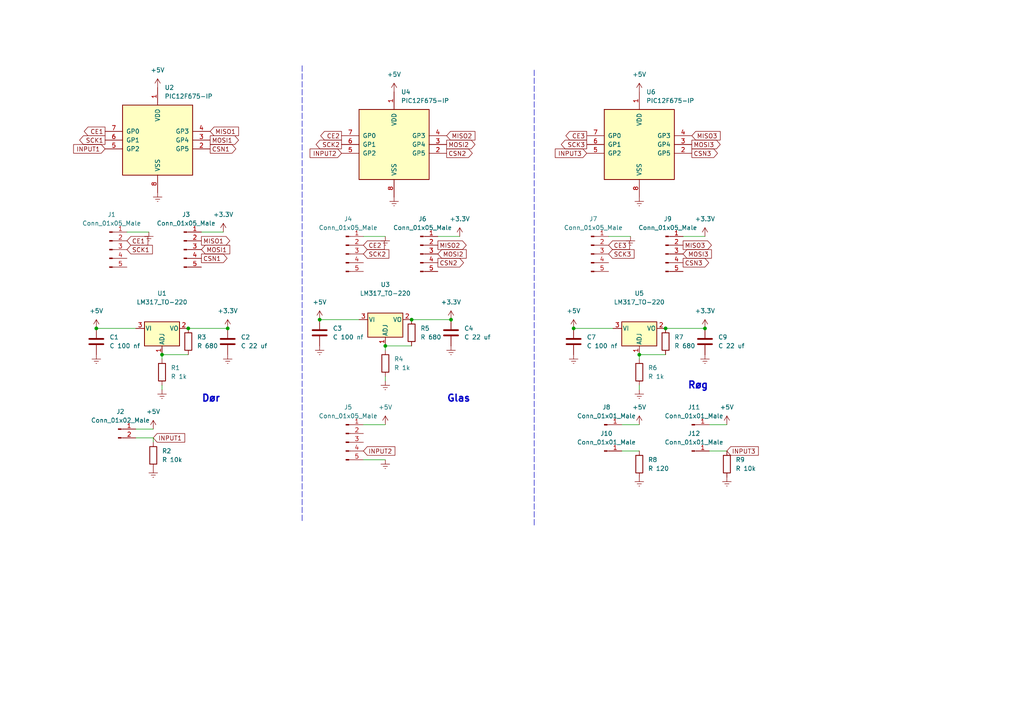
<source format=kicad_sch>
(kicad_sch (version 20211123) (generator eeschema)
  (paper "A4")
  (lib_symbols
    (symbol "Connector:Conn_01x01_Male" (pin_names (offset 1.016) hide)
      (property "Reference" "J" (at 0 2.54 0))
      (property "Value" "Conn_01x01_Male" (at 0 -2.54 0))
      (symbol "Conn_01x01_Male_1_1"
        (polyline (pts (xy 1.27 0) (xy 0.8636 0)) (stroke (width 0.1524)))
        (rectangle (start 0.8636 0.127) (end 0 -0.127) (stroke (width 0.1524)) (fill (type outline)))
        (pin passive line (at 5.08 0 180) (length 3.81) (name "Pin_1") (number "1"))
      )
    )
    (symbol "Connector:Conn_01x02_Male" (pin_names (offset 1.016) hide)
      (property "Reference" "J" (at 0 2.54 0))
      (property "Value" "Conn_01x02_Male" (at 0 -5.08 0))
      (symbol "Conn_01x02_Male_1_1"
        (polyline (pts (xy 1.27 -2.54) (xy 0.8636 -2.54)) (stroke (width 0.1524)))
        (polyline (pts (xy 1.27 0) (xy 0.8636 0)) (stroke (width 0.1524)))
        (rectangle (start 0.8636 -2.413) (end 0 -2.667) (stroke (width 0.1524)) (fill (type outline)))
        (rectangle (start 0.8636 0.127) (end 0 -0.127) (stroke (width 0.1524)) (fill (type outline)))
        (pin passive line (at 5.08 0 180) (length 3.81) (name "Pin_1") (number "1"))
        (pin passive line (at 5.08 -2.54 180) (length 3.81) (name "Pin_2") (number "2"))
      )
    )
    (symbol "Connector:Conn_01x05_Male" (pin_names (offset 1.016) hide)
      (property "Reference" "J" (at 0 7.62 0))
      (property "Value" "Conn_01x05_Male" (at 0 -7.62 0))
      (symbol "Conn_01x05_Male_1_1"
        (polyline (pts (xy 1.27 -5.08) (xy 0.8636 -5.08)) (stroke (width 0.1524)))
        (polyline (pts (xy 1.27 -2.54) (xy 0.8636 -2.54)) (stroke (width 0.1524)))
        (polyline (pts (xy 1.27 0) (xy 0.8636 0)) (stroke (width 0.1524)))
        (polyline (pts (xy 1.27 2.54) (xy 0.8636 2.54)) (stroke (width 0.1524)))
        (polyline (pts (xy 1.27 5.08) (xy 0.8636 5.08)) (stroke (width 0.1524)))
        (rectangle (start 0.8636 -4.953) (end 0 -5.207) (stroke (width 0.1524)) (fill (type outline)))
        (rectangle (start 0.8636 -2.413) (end 0 -2.667) (stroke (width 0.1524)) (fill (type outline)))
        (rectangle (start 0.8636 0.127) (end 0 -0.127) (stroke (width 0.1524)) (fill (type outline)))
        (rectangle (start 0.8636 2.667) (end 0 2.413) (stroke (width 0.1524)) (fill (type outline)))
        (rectangle (start 0.8636 5.207) (end 0 4.953) (stroke (width 0.1524)) (fill (type outline)))
        (pin passive line (at 5.08 5.08 180) (length 3.81) (name "Pin_1") (number "1"))
        (pin passive line (at 5.08 2.54 180) (length 3.81) (name "Pin_2") (number "2"))
        (pin passive line (at 5.08 0 180) (length 3.81) (name "Pin_3") (number "3"))
        (pin passive line (at 5.08 -2.54 180) (length 3.81) (name "Pin_4") (number "4"))
        (pin passive line (at 5.08 -5.08 180) (length 3.81) (name "Pin_5") (number "5"))
      )
    )
    (symbol "Device:C" (pin_numbers hide) (pin_names (offset 0.254))
      (property "Reference" "C" (at 0.635 2.54 0))
      (property "Value" "C" (at 0.635 -2.54 0))
      (symbol "C_0_1"
        (polyline (pts (xy -2.032 -0.762) (xy 2.032 -0.762)) (stroke (width 0.508)))
        (polyline (pts (xy -2.032 0.762) (xy 2.032 0.762)) (stroke (width 0.508)))
      )
      (symbol "C_1_1"
        (pin passive line (at 0 3.81 270) (length 2.794) (name "~") (number "1"))
        (pin passive line (at 0 -3.81 90) (length 2.794) (name "~") (number "2"))
      )
    )
    (symbol "Device:R" (pin_numbers hide) (pin_names (offset 0))
      (property "Reference" "R" (at 2.032 0 90))
      (property "Value" "R" (at 0 0 90))
      (symbol "R_0_1"
        (rectangle (start -1.016 -2.54) (end 1.016 2.54) (stroke (width 0.254)))
      )
      (symbol "R_1_1"
        (pin passive line (at 0 3.81 270) (length 1.27) (name "~") (number "1"))
        (pin passive line (at 0 -3.81 90) (length 1.27) (name "~") (number "2"))
      )
    )
    (symbol "MCU_Microchip_PIC12:PIC12F675-IP" (pin_names (offset 1.016))
      (property "Reference" "U" (at 1.27 13.97 0))
      (property "Value" "PIC12F675-IP" (at 1.27 11.43 0))
      (symbol "PIC12F675-IP_0_1"
        (rectangle (start 10.16 -10.16) (end -10.16 10.16) (stroke (width 0.254)) (fill (type background)))
      )
      (symbol "PIC12F675-IP_1_1"
        (pin power_in line (at 0 15.24 270) (length 5.08) (name "VDD") (number "1"))
        (pin bidirectional line (at 15.24 -2.54 180) (length 5.08) (name "GP5") (number "2"))
        (pin bidirectional line (at 15.24 0 180) (length 5.08) (name "GP4") (number "3"))
        (pin input line (at 15.24 2.54 180) (length 5.08) (name "GP3") (number "4"))
        (pin bidirectional line (at -15.24 -2.54 0) (length 5.08) (name "GP2") (number "5"))
        (pin bidirectional line (at -15.24 0 0) (length 5.08) (name "GP1") (number "6"))
        (pin bidirectional line (at -15.24 2.54 0) (length 5.08) (name "GP0") (number "7"))
        (pin power_in line (at 0 -15.24 90) (length 5.08) (name "VSS") (number "8"))
      )
    )
    (symbol "Regulator_Linear:LM317_TO-220" (pin_names (offset 0.254))
      (property "Reference" "U" (at -3.81 3.175 0))
      (property "Value" "LM317_TO-220" (at 0 3.175 0))
      (symbol "LM317_TO-220_0_1"
        (rectangle (start -5.08 1.905) (end 5.08 -5.08) (stroke (width 0.254)) (fill (type background)))
      )
      (symbol "LM317_TO-220_1_1"
        (pin input line (at 0 -7.62 90) (length 2.54) (name "ADJ") (number "1"))
        (pin power_out line (at 7.62 0 180) (length 2.54) (name "VO") (number "2"))
        (pin power_in line (at -7.62 0 0) (length 2.54) (name "VI") (number "3"))
      )
    )
    (symbol "power:+3.3V" (power) (pin_names (offset 0))
      (property "Value" "+3.3V" (at 0 3.556 0))
      (symbol "+3.3V_0_1"
        (polyline (pts (xy -0.762 1.27) (xy 0 2.54)))
        (polyline (pts (xy 0 0) (xy 0 2.54)))
        (polyline (pts (xy 0 2.54) (xy 0.762 1.27)))
      )
      (symbol "+3.3V_1_1"
        (pin power_in line (at 0 0 90) (length 0) hide (name "+3.3V") (number "1"))
      )
    )
    (symbol "power:+5V" (power) (pin_names (offset 0))
      (property "Value" "+5V" (at 0 3.556 0))
      (symbol "+5V_0_1"
        (polyline (pts (xy -0.762 1.27) (xy 0 2.54)))
        (polyline (pts (xy 0 0) (xy 0 2.54)))
        (polyline (pts (xy 0 2.54) (xy 0.762 1.27)))
      )
      (symbol "+5V_1_1"
        (pin power_in line (at 0 0 90) (length 0) hide (name "+5V") (number "1"))
      )
    )
    (symbol "power:Earth" (power) (pin_names (offset 0))
      (symbol "Earth_0_1"
        (polyline (pts (xy -0.635 -1.905) (xy 0.635 -1.905)))
        (polyline (pts (xy -0.127 -2.54) (xy 0.127 -2.54)))
        (polyline (pts (xy 0 -1.27) (xy 0 0)))
        (polyline (pts (xy 1.27 -1.27) (xy -1.27 -1.27)))
      )
      (symbol "Earth_1_1"
        (pin power_in line (at 0 0 270) (length 0) hide (name "Earth") (number "1"))
      )
    )
  )
  (junction (at 119.38 92.71))
  (junction (at 111.76 100.33))
  (junction (at 204.47 95.25))
  (junction (at 66.04 95.25))
  (junction (at 27.94 95.25))
  (junction (at 92.71 92.71))
  (junction (at 54.61 95.25))
  (junction (at 193.04 95.25))
  (junction (at 46.99 102.87))
  (junction (at 185.42 102.87))
  (junction (at 166.37 95.25))
  (junction (at 130.81 92.71))
  (wire (pts (xy 119.38 92.71) (xy 130.81 92.71)))
  (wire (pts (xy 44.45 127) (xy 44.45 128.27)))
  (wire (pts (xy 182.88 68.58) (xy 176.53 68.58)))
  (wire (pts (xy 193.04 95.25) (xy 204.47 95.25)))
  (wire (pts (xy 166.37 95.25) (xy 177.8 95.25)))
  (wire (pts (xy 185.42 111.76) (xy 185.42 113.03)))
  (wire (pts (xy 105.41 123.19) (xy 111.76 123.19)))
  (wire (pts (xy 54.61 95.25) (xy 66.04 95.25)))
  (wire (pts (xy 39.37 127) (xy 44.45 127)))
  (wire (pts (xy 105.41 133.35) (xy 111.76 133.35)))
  (polyline (pts (xy 154.94 20.32) (xy 154.94 152.4)))
  (wire (pts (xy 46.99 111.76) (xy 46.99 113.03)))
  (polyline (pts (xy 87.63 19.05) (xy 87.63 151.13)))
  (wire (pts (xy 111.76 101.6) (xy 111.76 100.33)))
  (wire (pts (xy 111.76 109.22) (xy 111.76 110.49)))
  (wire (pts (xy 133.35 68.58) (xy 127 68.58)))
  (wire (pts (xy 180.34 130.81) (xy 185.42 130.81)))
  (wire (pts (xy 92.71 92.71) (xy 104.14 92.71)))
  (wire (pts (xy 64.77 67.31) (xy 58.42 67.31)))
  (wire (pts (xy 205.74 130.81) (xy 210.82 130.81)))
  (wire (pts (xy 27.94 95.25) (xy 39.37 95.25)))
  (wire (pts (xy 185.42 102.87) (xy 193.04 102.87)))
  (wire (pts (xy 43.18 67.31) (xy 36.83 67.31)))
  (wire (pts (xy 46.99 104.14) (xy 46.99 102.87)))
  (wire (pts (xy 46.99 102.87) (xy 54.61 102.87)))
  (wire (pts (xy 111.76 68.58) (xy 105.41 68.58)))
  (wire (pts (xy 180.34 123.19) (xy 185.42 123.19)))
  (wire (pts (xy 205.74 123.19) (xy 210.82 123.19)))
  (wire (pts (xy 44.45 124.46) (xy 39.37 124.46)))
  (wire (pts (xy 204.47 68.58) (xy 198.12 68.58)))
  (wire (pts (xy 185.42 104.14) (xy 185.42 102.87)))
  (wire (pts (xy 111.76 100.33) (xy 119.38 100.33)))
  (text "Dør" (at 58.42 116.84 0) (effects (font (size 2 2) bold) (justify left bottom)))
  (text "Glas" (at 129.54 116.84 0) (effects (font (size 2 2) bold) (justify left bottom)))
  (text "Røg" (at 199.39 113.03 0) (effects (font (size 2 2) (thickness 0.4) bold) (justify left bottom)))
  (global_label "SCK1" (shape output) (at 30.48 40.64 180) (property "Intersheet References" "${INTERSHEET_REFS}" (effects hide)))
  (global_label "CE1" (shape input) (at 36.83 69.85 0) (property "Intersheet References" "${INTERSHEET_REFS}" (effects hide)))
  (global_label "SCK3" (shape output) (at 170.18 41.91 180) (property "Intersheet References" "${INTERSHEET_REFS}" (effects hide)))
  (global_label "CSN2" (shape output) (at 127 76.2 0) (property "Intersheet References" "${INTERSHEET_REFS}" (effects hide)))
  (global_label "INPUT1" (shape input) (at 44.45 127 0) (property "Intersheet References" "${INTERSHEET_REFS}" (effects hide)))
  (global_label "INPUT1" (shape input) (at 30.48 43.18 180) (property "Intersheet References" "${INTERSHEET_REFS}" (effects hide)))
  (global_label "MISO3" (shape output) (at 198.12 71.12 0) (property "Intersheet References" "${INTERSHEET_REFS}" (effects hide)))
  (global_label "INPUT2" (shape input) (at 99.06 44.45 180) (property "Intersheet References" "${INTERSHEET_REFS}" (effects hide)))
  (global_label "MISO3" (shape input) (at 200.66 39.37 0) (property "Intersheet References" "${INTERSHEET_REFS}" (effects hide)))
  (global_label "CE2" (shape input) (at 105.41 71.12 0) (property "Intersheet References" "${INTERSHEET_REFS}" (effects hide)))
  (global_label "MISO2" (shape output) (at 127 71.12 0) (property "Intersheet References" "${INTERSHEET_REFS}" (effects hide)))
  (global_label "MOSI3" (shape input) (at 198.12 73.66 0) (property "Intersheet References" "${INTERSHEET_REFS}" (effects hide)))
  (global_label "INPUT3" (shape input) (at 170.18 44.45 180) (property "Intersheet References" "${INTERSHEET_REFS}" (effects hide)))
  (global_label "MOSI2" (shape input) (at 127 73.66 0) (property "Intersheet References" "${INTERSHEET_REFS}" (effects hide)))
  (global_label "MISO1" (shape input) (at 60.96 38.1 0) (property "Intersheet References" "${INTERSHEET_REFS}" (effects hide)))
  (global_label "CE2" (shape output) (at 99.06 39.37 180) (property "Intersheet References" "${INTERSHEET_REFS}" (effects hide)))
  (global_label "INPUT2" (shape input) (at 105.41 130.81 0) (property "Intersheet References" "${INTERSHEET_REFS}" (effects hide)))
  (global_label "INPUT3" (shape input) (at 210.82 130.81 0) (property "Intersheet References" "${INTERSHEET_REFS}" (effects hide)))
  (global_label "SCK1" (shape input) (at 36.83 72.39 0) (property "Intersheet References" "${INTERSHEET_REFS}" (effects hide)))
  (global_label "CSN1" (shape output) (at 58.42 74.93 0) (property "Intersheet References" "${INTERSHEET_REFS}" (effects hide)))
  (global_label "MOSI1" (shape input) (at 58.42 72.39 0) (property "Intersheet References" "${INTERSHEET_REFS}" (effects hide)))
  (global_label "SCK2" (shape output) (at 99.06 41.91 180) (property "Intersheet References" "${INTERSHEET_REFS}" (effects hide)))
  (global_label "MOSI1" (shape output) (at 60.96 40.64 0) (property "Intersheet References" "${INTERSHEET_REFS}" (effects hide)))
  (global_label "MOSI2" (shape output) (at 129.54 41.91 0) (property "Intersheet References" "${INTERSHEET_REFS}" (effects hide)))
  (global_label "CSN3" (shape output) (at 200.66 44.45 0) (property "Intersheet References" "${INTERSHEET_REFS}" (effects hide)))
  (global_label "SCK3" (shape input) (at 176.53 73.66 0) (property "Intersheet References" "${INTERSHEET_REFS}" (effects hide)))
  (global_label "MISO2" (shape input) (at 129.54 39.37 0) (property "Intersheet References" "${INTERSHEET_REFS}" (effects hide)))
  (global_label "CSN2" (shape output) (at 129.54 44.45 0) (property "Intersheet References" "${INTERSHEET_REFS}" (effects hide)))
  (global_label "CSN1" (shape output) (at 60.96 43.18 0) (property "Intersheet References" "${INTERSHEET_REFS}" (effects hide)))
  (global_label "CSN3" (shape output) (at 198.12 76.2 0) (property "Intersheet References" "${INTERSHEET_REFS}" (effects hide)))
  (global_label "CE3" (shape input) (at 176.53 71.12 0) (property "Intersheet References" "${INTERSHEET_REFS}" (effects hide)))
  (global_label "MOSI3" (shape output) (at 200.66 41.91 0) (property "Intersheet References" "${INTERSHEET_REFS}" (effects hide)))
  (global_label "CE3" (shape output) (at 170.18 39.37 180) (property "Intersheet References" "${INTERSHEET_REFS}" (effects hide)))
  (global_label "SCK2" (shape input) (at 105.41 73.66 0) (property "Intersheet References" "${INTERSHEET_REFS}" (effects hide)))
  (global_label "CE1" (shape output) (at 30.48 38.1 180) (property "Intersheet References" "${INTERSHEET_REFS}" (effects hide)))
  (global_label "MISO1" (shape output) (at 58.42 69.85 0) (property "Intersheet References" "${INTERSHEET_REFS}" (effects hide)))
  (symbol (lib_id "Connector:Conn_01x01_Male") (at 200.66 123.19 0) (unit 1)
    (property "Reference" "J11" (at 201.295 118.11 0))
    (property "Value" "Conn_01x01_Male" (at 201.295 120.65 0))
    (property "Footprint" "Connector_PinHeader_1.00mm:PinHeader_1x01_P1.00mm_Vertical" (effects hide))
  )
  (symbol (lib_id "Connector:Conn_01x05_Male") (at 100.33 128.27 0) (unit 1)
    (property "Reference" "J5" (at 100.965 118.11 0))
    (property "Value" "Conn_01x05_Male" (at 100.965 120.65 0))
    (property "Footprint" "footprints otg:1x05" (effects hide))
  )
  (symbol (lib_id "MCU_Microchip_PIC12:PIC12F675-IP") (at 185.42 41.91 0) (unit 1)
    (property "Reference" "U6" (at 187.4394 26.67 0) (effects (justify left)))
    (property "Value" "PIC12F675-IP" (at 187.4394 29.21 0) (effects (justify left)))
    (property "Footprint" "footprints otg:DIP-8" (effects hide))
    (property "Datasheet" "http://ww1.microchip.com/downloads/en/DeviceDoc/41190G.pdf" (effects hide))
  )
  (symbol (lib_id "power:+5V") (at 92.71 92.71 0) (unit 1)
    (property "Reference" "#PWR0124" (effects hide))
    (property "Value" "+5V" (at 92.71 87.63 0))
  )
  (symbol (lib_id "Device:C") (at 166.37 99.06 0) (unit 1)
    (property "Reference" "C7" (at 170.18 97.7899 0) (effects (justify left)))
    (property "Value" "C 100 nf" (at 170.18 100.3299 0) (effects (justify left)))
    (property "Footprint" "footprints otg:C_7.50mm" (effects hide))
  )
  (symbol (lib_id "MCU_Microchip_PIC12:PIC12F675-IP") (at 45.72 40.64 0) (unit 1)
    (property "Reference" "U2" (at 47.7394 25.4 0) (effects (justify left)))
    (property "Value" "PIC12F675-IP" (at 47.7394 27.94 0) (effects (justify left)))
    (property "Footprint" "footprints otg:DIP-8" (effects hide))
    (property "Datasheet" "http://ww1.microchip.com/downloads/en/DeviceDoc/41190G.pdf" (effects hide))
  )
  (symbol (lib_id "Device:R") (at 54.61 99.06 0) (unit 1)
    (property "Reference" "R3" (at 57.15 97.7899 0) (effects (justify left)))
    (property "Value" "R 680" (at 57.15 100.3299 0) (effects (justify left)))
    (property "Footprint" "footprints otg:R_lodret" (effects hide))
  )
  (symbol (lib_id "power:+3.3V") (at 130.81 92.71 0) (unit 1)
    (property "Reference" "#PWR0114" (effects hide))
    (property "Value" "+3.3V" (at 130.81 87.63 0))
  )
  (symbol (lib_id "Regulator_Linear:LM317_TO-220") (at 46.99 95.25 0) (unit 1)
    (property "Reference" "U1" (at 46.99 85.09 0))
    (property "Value" "LM317_TO-220" (at 46.99 87.63 0))
    (property "Footprint" "footprints otg:TO-220-lodret" (effects hide))
    (property "Datasheet" "http://www.ti.com/lit/ds/symlink/lm317.pdf" (effects hide))
  )
  (symbol (lib_id "Device:C") (at 204.47 99.06 0) (unit 1)
    (property "Reference" "C9" (at 208.28 97.7899 0) (effects (justify left)))
    (property "Value" "C 22 uf" (at 208.28 100.3299 0) (effects (justify left)))
    (property "Footprint" "footprints otg:C_7.50mm" (effects hide))
  )
  (symbol (lib_id "power:Earth") (at 92.71 100.33 0) (unit 1)
    (property "Reference" "#PWR0117" (effects hide))
    (property "Value" "Earth" (effects hide))
  )
  (symbol (lib_id "Device:R") (at 185.42 107.95 0) (unit 1)
    (property "Reference" "R6" (at 187.96 106.6799 0) (effects (justify left)))
    (property "Value" "R 1k" (at 187.96 109.2199 0) (effects (justify left)))
    (property "Footprint" "footprints otg:R_lodret" (effects hide))
  )
  (symbol (lib_id "Device:R") (at 185.42 134.62 0) (unit 1)
    (property "Reference" "R8" (at 187.96 133.3499 0) (effects (justify left)))
    (property "Value" "R 120" (at 187.96 135.8899 0) (effects (justify left)))
    (property "Footprint" "footprints otg:R_lodret" (effects hide))
  )
  (symbol (lib_id "MCU_Microchip_PIC12:PIC12F675-IP") (at 114.3 41.91 0) (unit 1)
    (property "Reference" "U4" (at 116.3194 26.67 0) (effects (justify left)))
    (property "Value" "PIC12F675-IP" (at 116.3194 29.21 0) (effects (justify left)))
    (property "Footprint" "footprints otg:DIP-8" (effects hide))
    (property "Datasheet" "http://ww1.microchip.com/downloads/en/DeviceDoc/41190G.pdf" (effects hide))
  )
  (symbol (lib_id "power:Earth") (at 44.45 135.89 0) (unit 1)
    (property "Reference" "#PWR0119" (effects hide))
    (property "Value" "Earth" (effects hide))
  )
  (symbol (lib_id "power:+3.3V") (at 133.35 68.58 0) (unit 1)
    (property "Reference" "#PWR0120" (effects hide))
    (property "Value" "+3.3V" (at 133.35 63.5 0))
  )
  (symbol (lib_id "Device:C") (at 130.81 96.52 0) (unit 1)
    (property "Reference" "C4" (at 134.62 95.2499 0) (effects (justify left)))
    (property "Value" "C 22 uf" (at 134.62 97.7899 0) (effects (justify left)))
    (property "Footprint" "footprints otg:C_7.50mm" (effects hide))
  )
  (symbol (lib_id "Connector:Conn_01x05_Male") (at 53.34 72.39 0) (unit 1)
    (property "Reference" "J3" (at 53.975 62.23 0))
    (property "Value" "Conn_01x05_Male" (at 53.975 64.77 0))
    (property "Footprint" "footprints otg:1x05" (effects hide))
  )
  (symbol (lib_id "Device:C") (at 92.71 96.52 0) (unit 1)
    (property "Reference" "C3" (at 96.52 95.2499 0) (effects (justify left)))
    (property "Value" "C 100 nf" (at 96.52 97.7899 0) (effects (justify left)))
    (property "Footprint" "footprints otg:C_7.50mm" (effects hide))
  )
  (symbol (lib_id "power:Earth") (at 27.94 102.87 0) (unit 1)
    (property "Reference" "#PWR0125" (effects hide))
    (property "Value" "Earth" (effects hide))
  )
  (symbol (lib_id "power:Earth") (at 210.82 138.43 0) (unit 1)
    (property "Reference" "#PWR0112" (effects hide))
    (property "Value" "Earth" (effects hide))
  )
  (symbol (lib_id "power:+5V") (at 210.82 123.19 0) (unit 1)
    (property "Reference" "#PWR0111" (effects hide))
    (property "Value" "+5V" (at 210.82 118.11 0))
  )
  (symbol (lib_id "Connector:Conn_01x01_Male") (at 200.66 130.81 0) (unit 1)
    (property "Reference" "J12" (at 201.295 125.73 0))
    (property "Value" "Conn_01x01_Male" (at 201.295 128.27 0))
    (property "Footprint" "Connector_PinHeader_1.00mm:PinHeader_1x01_P1.00mm_Vertical" (effects hide))
  )
  (symbol (lib_id "power:+5V") (at 114.3 26.67 0) (unit 1)
    (property "Reference" "#PWR0122" (effects hide))
    (property "Value" "+5V" (at 114.3 21.59 0))
  )
  (symbol (lib_id "power:Earth") (at 114.3 57.15 0) (unit 1)
    (property "Reference" "#PWR0121" (effects hide))
    (property "Value" "Earth" (effects hide))
  )
  (symbol (lib_id "power:+3.3V") (at 204.47 68.58 0) (unit 1)
    (property "Reference" "#PWR0105" (effects hide))
    (property "Value" "+3.3V" (at 204.47 63.5 0))
  )
  (symbol (lib_id "power:Earth") (at 130.81 100.33 0) (unit 1)
    (property "Reference" "#PWR0116" (effects hide))
    (property "Value" "Earth" (effects hide))
  )
  (symbol (lib_id "power:+5V") (at 185.42 123.19 0) (unit 1)
    (property "Reference" "#PWR0132" (effects hide))
    (property "Value" "+5V" (at 185.42 118.11 0))
  )
  (symbol (lib_id "power:+5V") (at 185.42 26.67 0) (unit 1)
    (property "Reference" "#PWR0109" (effects hide))
    (property "Value" "+5V" (at 185.42 21.59 0))
  )
  (symbol (lib_id "power:Earth") (at 111.76 110.49 0) (unit 1)
    (property "Reference" "#PWR0115" (effects hide))
    (property "Value" "Earth" (effects hide))
  )
  (symbol (lib_id "power:Earth") (at 46.99 113.03 0) (unit 1)
    (property "Reference" "#PWR0128" (effects hide))
    (property "Value" "Earth" (effects hide))
  )
  (symbol (lib_id "power:+3.3V") (at 204.47 95.25 0) (unit 1)
    (property "Reference" "#PWR0107" (effects hide))
    (property "Value" "+3.3V" (at 204.47 90.17 0))
  )
  (symbol (lib_id "Connector:Conn_01x05_Male") (at 100.33 73.66 0) (unit 1)
    (property "Reference" "J4" (at 100.965 63.5 0))
    (property "Value" "Conn_01x05_Male" (at 100.965 66.04 0))
    (property "Footprint" "footprints otg:1x05" (effects hide))
  )
  (symbol (lib_id "Regulator_Linear:LM317_TO-220") (at 185.42 95.25 0) (unit 1)
    (property "Reference" "U5" (at 185.42 85.09 0))
    (property "Value" "LM317_TO-220" (at 185.42 87.63 0))
    (property "Footprint" "footprints otg:TO-220-lodret" (effects hide))
    (property "Datasheet" "http://www.ti.com/lit/ds/symlink/lm317.pdf" (effects hide))
  )
  (symbol (lib_id "power:Earth") (at 204.47 102.87 0) (unit 1)
    (property "Reference" "#PWR0106" (effects hide))
    (property "Value" "Earth" (effects hide))
  )
  (symbol (lib_id "power:+5V") (at 45.72 25.4 0) (unit 1)
    (property "Reference" "#PWR0102" (effects hide))
    (property "Value" "+5V" (at 45.72 20.32 0))
  )
  (symbol (lib_id "power:Earth") (at 66.04 102.87 0) (unit 1)
    (property "Reference" "#PWR0135" (effects hide))
    (property "Value" "Earth" (effects hide))
  )
  (symbol (lib_id "Connector:Conn_01x02_Male") (at 34.29 124.46 0) (unit 1)
    (property "Reference" "J2" (at 34.925 119.38 0))
    (property "Value" "Conn_01x02_Male" (at 34.925 121.92 0))
    (property "Footprint" "footprints otg:1x02" (effects hide))
  )
  (symbol (lib_id "Device:R") (at 111.76 105.41 0) (unit 1)
    (property "Reference" "R4" (at 114.3 104.1399 0) (effects (justify left)))
    (property "Value" "R 1k" (at 114.3 106.6799 0) (effects (justify left)))
    (property "Footprint" "footprints otg:R_lodret" (effects hide))
  )
  (symbol (lib_id "power:Earth") (at 43.18 67.31 0) (unit 1)
    (property "Reference" "#PWR0101" (effects hide))
    (property "Value" "Earth" (effects hide))
  )
  (symbol (lib_id "Device:C") (at 66.04 99.06 0) (unit 1)
    (property "Reference" "C2" (at 69.85 97.7899 0) (effects (justify left)))
    (property "Value" "C 22 uf" (at 69.85 100.3299 0) (effects (justify left)))
    (property "Footprint" "footprints otg:C_7.50mm" (effects hide))
  )
  (symbol (lib_id "power:+5V") (at 166.37 95.25 0) (unit 1)
    (property "Reference" "#PWR0130" (effects hide))
    (property "Value" "+5V" (at 166.37 90.17 0))
  )
  (symbol (lib_id "power:Earth") (at 166.37 102.87 0) (unit 1)
    (property "Reference" "#PWR0129" (effects hide))
    (property "Value" "Earth" (effects hide))
  )
  (symbol (lib_id "power:+5V") (at 44.45 124.46 0) (unit 1)
    (property "Reference" "#PWR0118" (effects hide))
    (property "Value" "+5V" (at 44.45 119.38 0))
  )
  (symbol (lib_id "Device:R") (at 119.38 96.52 0) (unit 1)
    (property "Reference" "R5" (at 121.92 95.2499 0) (effects (justify left)))
    (property "Value" "R 680" (at 121.92 97.7899 0) (effects (justify left)))
    (property "Footprint" "footprints otg:R_lodret" (effects hide))
  )
  (symbol (lib_id "power:Earth") (at 185.42 113.03 0) (unit 1)
    (property "Reference" "#PWR0133" (effects hide))
    (property "Value" "Earth" (effects hide))
  )
  (symbol (lib_id "Connector:Conn_01x05_Male") (at 171.45 73.66 0) (unit 1)
    (property "Reference" "J7" (at 172.085 63.5 0))
    (property "Value" "Conn_01x05_Male" (at 172.085 66.04 0))
    (property "Footprint" "footprints otg:1x05" (effects hide))
  )
  (symbol (lib_id "Device:R") (at 44.45 132.08 0) (unit 1)
    (property "Reference" "R2" (at 46.99 130.8099 0) (effects (justify left)))
    (property "Value" "R 10k" (at 46.99 133.35 0) (effects (justify left)))
    (property "Footprint" "footprints otg:R_lodret" (effects hide))
  )
  (symbol (lib_id "power:Earth") (at 182.88 68.58 0) (unit 1)
    (property "Reference" "#PWR0108" (effects hide))
    (property "Value" "Earth" (effects hide))
  )
  (symbol (lib_id "power:Earth") (at 111.76 133.35 0) (unit 1)
    (property "Reference" "#PWR0126" (effects hide))
    (property "Value" "Earth" (effects hide))
  )
  (symbol (lib_id "power:Earth") (at 185.42 57.15 0) (unit 1)
    (property "Reference" "#PWR0110" (effects hide))
    (property "Value" "Earth" (effects hide))
  )
  (symbol (lib_id "Device:R") (at 46.99 107.95 0) (unit 1)
    (property "Reference" "R1" (at 49.53 106.6799 0) (effects (justify left)))
    (property "Value" "R 1k" (at 49.53 109.2199 0) (effects (justify left)))
    (property "Footprint" "footprints otg:R_lodret" (effects hide))
  )
  (symbol (lib_id "power:Earth") (at 111.76 68.58 0) (unit 1)
    (property "Reference" "#PWR0123" (effects hide))
    (property "Value" "Earth" (effects hide))
  )
  (symbol (lib_id "Connector:Conn_01x05_Male") (at 31.75 72.39 0) (unit 1)
    (property "Reference" "J1" (at 32.385 62.23 0))
    (property "Value" "Conn_01x05_Male" (at 32.385 64.77 0))
    (property "Footprint" "footprints otg:1x05" (effects hide))
  )
  (symbol (lib_id "Connector:Conn_01x05_Male") (at 121.92 73.66 0) (unit 1)
    (property "Reference" "J6" (at 122.555 63.5 0))
    (property "Value" "Conn_01x05_Male" (at 122.555 66.04 0))
    (property "Footprint" "footprints otg:1x05" (effects hide))
  )
  (symbol (lib_id "Connector:Conn_01x01_Male") (at 175.26 130.81 0) (unit 1)
    (property "Reference" "J10" (at 175.895 125.73 0))
    (property "Value" "Conn_01x01_Male" (at 175.895 128.27 0))
    (property "Footprint" "Connector_PinHeader_1.00mm:PinHeader_1x01_P1.00mm_Vertical" (effects hide))
  )
  (symbol (lib_id "power:+5V") (at 111.76 123.19 0) (unit 1)
    (property "Reference" "#PWR0127" (effects hide))
    (property "Value" "+5V" (at 111.76 118.11 0))
  )
  (symbol (lib_id "power:Earth") (at 45.72 55.88 0) (unit 1)
    (property "Reference" "#PWR0104" (effects hide))
    (property "Value" "Earth" (effects hide))
  )
  (symbol (lib_id "Device:R") (at 210.82 134.62 0) (unit 1)
    (property "Reference" "R9" (at 213.36 133.3499 0) (effects (justify left)))
    (property "Value" "R 10k" (at 213.36 135.8899 0) (effects (justify left)))
    (property "Footprint" "footprints otg:R_lodret" (effects hide))
  )
  (symbol (lib_id "Connector:Conn_01x05_Male") (at 193.04 73.66 0) (unit 1)
    (property "Reference" "J9" (at 193.675 63.5 0))
    (property "Value" "Conn_01x05_Male" (at 193.675 66.04 0))
    (property "Footprint" "footprints otg:1x05" (effects hide))
  )
  (symbol (lib_id "power:+5V") (at 27.94 95.25 0) (unit 1)
    (property "Reference" "#PWR0131" (effects hide))
    (property "Value" "+5V" (at 27.94 90.17 0))
  )
  (symbol (lib_id "Connector:Conn_01x01_Male") (at 175.26 123.19 0) (unit 1)
    (property "Reference" "J8" (at 175.895 118.11 0))
    (property "Value" "Conn_01x01_Male" (at 175.895 120.65 0))
    (property "Footprint" "Connector_PinHeader_1.00mm:PinHeader_1x01_P1.00mm_Vertical" (effects hide))
  )
  (symbol (lib_id "Device:C") (at 27.94 99.06 0) (unit 1)
    (property "Reference" "C1" (at 31.75 97.7899 0) (effects (justify left)))
    (property "Value" "C 100 nf" (at 31.75 100.3299 0) (effects (justify left)))
    (property "Footprint" "footprints otg:C_7.50mm" (effects hide))
  )
  (symbol (lib_id "power:+3.3V") (at 64.77 67.31 0) (unit 1)
    (property "Reference" "#PWR0103" (effects hide))
    (property "Value" "+3.3V" (at 64.77 62.23 0))
  )
  (symbol (lib_id "power:+3.3V") (at 66.04 95.25 0) (unit 1)
    (property "Reference" "#PWR0134" (effects hide))
    (property "Value" "+3.3V" (at 66.04 90.17 0))
  )
  (symbol (lib_id "Regulator_Linear:LM317_TO-220") (at 111.76 92.71 0) (unit 1)
    (property "Reference" "U3" (at 111.76 82.55 0))
    (property "Value" "LM317_TO-220" (at 111.76 85.09 0))
    (property "Footprint" "footprints otg:TO-220-lodret" (effects hide))
    (property "Datasheet" "http://www.ti.com/lit/ds/symlink/lm317.pdf" (effects hide))
  )
  (symbol (lib_id "power:Earth") (at 185.42 138.43 0) (unit 1)
    (property "Reference" "#PWR0113" (effects hide))
    (property "Value" "Earth" (effects hide))
  )
  (symbol (lib_id "Device:R") (at 193.04 99.06 0) (unit 1)
    (property "Reference" "R7" (at 195.58 97.7899 0) (effects (justify left)))
    (property "Value" "R 680" (at 195.58 100.3299 0) (effects (justify left)))
    (property "Footprint" "footprints otg:R_lodret" (effects hide))
  )
)
</source>
